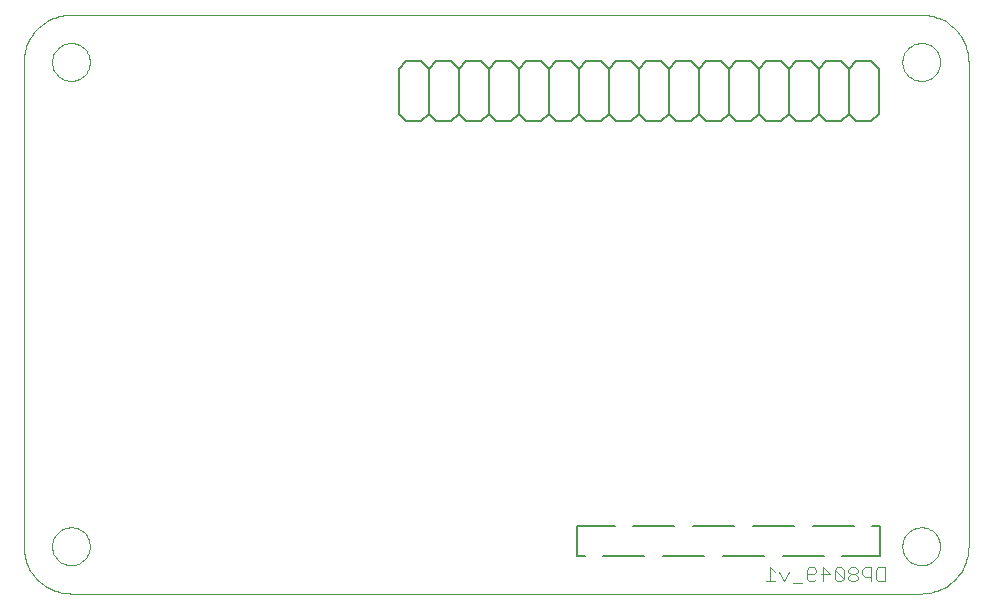
<source format=gbo>
G75*
G70*
%OFA0B0*%
%FSLAX24Y24*%
%IPPOS*%
%LPD*%
%AMOC8*
5,1,8,0,0,1.08239X$1,22.5*
%
%ADD10C,0.0070*%
%ADD11C,0.0060*%
%ADD12C,0.0040*%
%ADD13C,0.0000*%
D10*
X023879Y001758D02*
X024143Y001758D01*
X023879Y001758D02*
X023879Y002742D01*
X025143Y002742D01*
X025729Y002742D02*
X027107Y002742D01*
X027729Y002742D02*
X029107Y002742D01*
X029729Y002742D02*
X031107Y002742D01*
X031729Y002742D02*
X033107Y002742D01*
X033706Y002742D02*
X033957Y002742D01*
X033957Y001758D01*
X032706Y001758D01*
X032107Y001742D02*
X030729Y001742D01*
X030107Y001742D02*
X028729Y001742D01*
X028107Y001742D02*
X026729Y001742D01*
X026107Y001742D02*
X024729Y001742D01*
D11*
X024668Y016250D02*
X024168Y016250D01*
X023918Y016500D01*
X023668Y016250D01*
X023168Y016250D01*
X022918Y016500D01*
X022918Y018000D01*
X022668Y018250D01*
X022168Y018250D01*
X021918Y018000D01*
X021918Y016500D01*
X021668Y016250D01*
X021168Y016250D01*
X020918Y016500D01*
X020918Y018000D01*
X020668Y018250D01*
X020168Y018250D01*
X019918Y018000D01*
X019918Y016500D01*
X020168Y016250D01*
X020668Y016250D01*
X020918Y016500D01*
X021918Y016500D02*
X022168Y016250D01*
X022668Y016250D01*
X022918Y016500D01*
X023918Y016500D02*
X023918Y018000D01*
X023668Y018250D01*
X023168Y018250D01*
X022918Y018000D01*
X021918Y018000D02*
X021668Y018250D01*
X021168Y018250D01*
X020918Y018000D01*
X019918Y018000D02*
X019668Y018250D01*
X019168Y018250D01*
X018918Y018000D01*
X018668Y018250D01*
X018168Y018250D01*
X017918Y018000D01*
X017918Y016500D01*
X018168Y016250D01*
X018668Y016250D01*
X018918Y016500D01*
X018918Y018000D01*
X018918Y016500D02*
X019168Y016250D01*
X019668Y016250D01*
X019918Y016500D01*
X023918Y018000D02*
X024168Y018250D01*
X024668Y018250D01*
X024918Y018000D01*
X024918Y016500D01*
X024668Y016250D01*
X024918Y016500D02*
X025168Y016250D01*
X025668Y016250D01*
X025918Y016500D01*
X025918Y018000D01*
X025668Y018250D01*
X025168Y018250D01*
X024918Y018000D01*
X025918Y018000D02*
X026168Y018250D01*
X026668Y018250D01*
X026918Y018000D01*
X026918Y016500D01*
X027168Y016250D01*
X027668Y016250D01*
X027918Y016500D01*
X027918Y018000D01*
X027668Y018250D01*
X027168Y018250D01*
X026918Y018000D01*
X027918Y018000D02*
X028168Y018250D01*
X028668Y018250D01*
X028918Y018000D01*
X028918Y016500D01*
X028668Y016250D01*
X028168Y016250D01*
X027918Y016500D01*
X026918Y016500D02*
X026668Y016250D01*
X026168Y016250D01*
X025918Y016500D01*
X028918Y016500D02*
X029168Y016250D01*
X029668Y016250D01*
X029918Y016500D01*
X029918Y018000D01*
X029668Y018250D01*
X029168Y018250D01*
X028918Y018000D01*
X029918Y018000D02*
X030168Y018250D01*
X030668Y018250D01*
X030918Y018000D01*
X030918Y016500D01*
X030668Y016250D01*
X030168Y016250D01*
X029918Y016500D01*
X030918Y016500D02*
X031168Y016250D01*
X031668Y016250D01*
X031918Y016500D01*
X031918Y018000D01*
X031668Y018250D01*
X031168Y018250D01*
X030918Y018000D01*
X031918Y018000D02*
X032168Y018250D01*
X032668Y018250D01*
X032918Y018000D01*
X032918Y016500D01*
X032668Y016250D01*
X032168Y016250D01*
X031918Y016500D01*
X032918Y016500D02*
X033168Y016250D01*
X033668Y016250D01*
X033918Y016500D01*
X033918Y018000D01*
X033668Y018250D01*
X033168Y018250D01*
X032918Y018000D01*
D12*
X032987Y001374D02*
X032911Y001297D01*
X032911Y001221D01*
X032987Y001144D01*
X033141Y001144D01*
X033217Y001221D01*
X033217Y001297D01*
X033141Y001374D01*
X032987Y001374D01*
X032911Y001297D01*
X032911Y001221D01*
X032987Y001144D01*
X032911Y001067D01*
X032911Y000990D01*
X032987Y000914D01*
X033141Y000914D01*
X033217Y000990D01*
X033217Y001067D01*
X033141Y001144D01*
X032987Y001144D01*
X032911Y001067D01*
X032911Y000990D01*
X032987Y000914D01*
X033141Y000914D01*
X033217Y000990D01*
X033217Y001067D01*
X033141Y001144D01*
X033217Y001221D01*
X033217Y001297D01*
X033141Y001374D01*
X032987Y001374D01*
X032757Y001297D02*
X032680Y001374D01*
X032527Y001374D01*
X032450Y001297D01*
X032757Y000990D01*
X032680Y000914D01*
X032527Y000914D01*
X032450Y000990D01*
X032450Y001297D01*
X032757Y000990D01*
X032757Y001297D01*
X032680Y001374D01*
X032527Y001374D01*
X032450Y001297D01*
X032450Y000990D01*
X032527Y000914D01*
X032680Y000914D01*
X032757Y000990D01*
X032757Y001297D01*
X032297Y001144D02*
X031990Y001144D01*
X032297Y001144D01*
X032067Y001374D01*
X032067Y000914D01*
X032067Y001374D01*
X032297Y001144D01*
X031836Y001221D02*
X031760Y001144D01*
X031529Y001144D01*
X031760Y001144D01*
X031836Y001221D01*
X031836Y001297D01*
X031760Y001374D01*
X031606Y001374D01*
X031529Y001297D01*
X031529Y000990D01*
X031606Y000914D01*
X031760Y000914D01*
X031836Y000990D01*
X031760Y000914D01*
X031606Y000914D01*
X031529Y000990D01*
X031529Y001297D01*
X031606Y001374D01*
X031760Y001374D01*
X031836Y001297D01*
X031836Y001221D01*
X031376Y000837D02*
X031069Y000837D01*
X031376Y000837D01*
X030916Y001221D02*
X030762Y000914D01*
X030609Y001221D01*
X030762Y000914D01*
X030916Y001221D01*
X030455Y001221D02*
X030302Y001374D01*
X030302Y000914D01*
X030302Y001374D01*
X030455Y001221D01*
X030455Y000914D02*
X030148Y000914D01*
X030455Y000914D01*
X033371Y001144D02*
X033448Y001067D01*
X033678Y001067D01*
X033448Y001067D01*
X033371Y001144D01*
X033371Y001297D01*
X033448Y001374D01*
X033678Y001374D01*
X033678Y000914D01*
X033678Y001374D01*
X033448Y001374D01*
X033371Y001297D01*
X033371Y001144D01*
X033831Y001297D02*
X033831Y000990D01*
X033908Y000914D01*
X034138Y000914D01*
X034138Y001374D01*
X033908Y001374D01*
X033831Y001297D01*
X033908Y001374D01*
X034138Y001374D01*
X034138Y000914D01*
X033908Y000914D01*
X033831Y000990D01*
X033831Y001297D01*
D13*
X005418Y002075D02*
X005418Y018217D01*
X006363Y018217D02*
X006365Y018267D01*
X006371Y018317D01*
X006381Y018366D01*
X006395Y018414D01*
X006412Y018461D01*
X006433Y018506D01*
X006458Y018550D01*
X006486Y018591D01*
X006518Y018630D01*
X006552Y018667D01*
X006589Y018701D01*
X006629Y018731D01*
X006671Y018758D01*
X006715Y018782D01*
X006761Y018803D01*
X006808Y018819D01*
X006856Y018832D01*
X006906Y018841D01*
X006955Y018846D01*
X007006Y018847D01*
X007056Y018844D01*
X007105Y018837D01*
X007154Y018826D01*
X007202Y018811D01*
X007248Y018793D01*
X007293Y018771D01*
X007336Y018745D01*
X007377Y018716D01*
X007416Y018684D01*
X007452Y018649D01*
X007484Y018611D01*
X007514Y018571D01*
X007541Y018528D01*
X007564Y018484D01*
X007583Y018438D01*
X007599Y018390D01*
X007611Y018341D01*
X007619Y018292D01*
X007623Y018242D01*
X007623Y018192D01*
X007619Y018142D01*
X007611Y018093D01*
X007599Y018044D01*
X007583Y017996D01*
X007564Y017950D01*
X007541Y017906D01*
X007514Y017863D01*
X007484Y017823D01*
X007452Y017785D01*
X007416Y017750D01*
X007377Y017718D01*
X007336Y017689D01*
X007293Y017663D01*
X007248Y017641D01*
X007202Y017623D01*
X007154Y017608D01*
X007105Y017597D01*
X007056Y017590D01*
X007006Y017587D01*
X006955Y017588D01*
X006906Y017593D01*
X006856Y017602D01*
X006808Y017615D01*
X006761Y017631D01*
X006715Y017652D01*
X006671Y017676D01*
X006629Y017703D01*
X006589Y017733D01*
X006552Y017767D01*
X006518Y017804D01*
X006486Y017843D01*
X006458Y017884D01*
X006433Y017928D01*
X006412Y017973D01*
X006395Y018020D01*
X006381Y018068D01*
X006371Y018117D01*
X006365Y018167D01*
X006363Y018217D01*
X005418Y018217D02*
X005420Y018294D01*
X005426Y018371D01*
X005435Y018448D01*
X005448Y018524D01*
X005465Y018600D01*
X005486Y018674D01*
X005510Y018748D01*
X005538Y018820D01*
X005569Y018890D01*
X005604Y018959D01*
X005642Y019027D01*
X005683Y019092D01*
X005728Y019155D01*
X005776Y019216D01*
X005826Y019275D01*
X005879Y019331D01*
X005935Y019384D01*
X005994Y019434D01*
X006055Y019482D01*
X006118Y019527D01*
X006183Y019568D01*
X006251Y019606D01*
X006320Y019641D01*
X006390Y019672D01*
X006462Y019700D01*
X006536Y019724D01*
X006610Y019745D01*
X006686Y019762D01*
X006762Y019775D01*
X006839Y019784D01*
X006916Y019790D01*
X006993Y019792D01*
X006993Y019791D02*
X035339Y019791D01*
X034709Y018217D02*
X034711Y018267D01*
X034717Y018317D01*
X034727Y018366D01*
X034741Y018414D01*
X034758Y018461D01*
X034779Y018506D01*
X034804Y018550D01*
X034832Y018591D01*
X034864Y018630D01*
X034898Y018667D01*
X034935Y018701D01*
X034975Y018731D01*
X035017Y018758D01*
X035061Y018782D01*
X035107Y018803D01*
X035154Y018819D01*
X035202Y018832D01*
X035252Y018841D01*
X035301Y018846D01*
X035352Y018847D01*
X035402Y018844D01*
X035451Y018837D01*
X035500Y018826D01*
X035548Y018811D01*
X035594Y018793D01*
X035639Y018771D01*
X035682Y018745D01*
X035723Y018716D01*
X035762Y018684D01*
X035798Y018649D01*
X035830Y018611D01*
X035860Y018571D01*
X035887Y018528D01*
X035910Y018484D01*
X035929Y018438D01*
X035945Y018390D01*
X035957Y018341D01*
X035965Y018292D01*
X035969Y018242D01*
X035969Y018192D01*
X035965Y018142D01*
X035957Y018093D01*
X035945Y018044D01*
X035929Y017996D01*
X035910Y017950D01*
X035887Y017906D01*
X035860Y017863D01*
X035830Y017823D01*
X035798Y017785D01*
X035762Y017750D01*
X035723Y017718D01*
X035682Y017689D01*
X035639Y017663D01*
X035594Y017641D01*
X035548Y017623D01*
X035500Y017608D01*
X035451Y017597D01*
X035402Y017590D01*
X035352Y017587D01*
X035301Y017588D01*
X035252Y017593D01*
X035202Y017602D01*
X035154Y017615D01*
X035107Y017631D01*
X035061Y017652D01*
X035017Y017676D01*
X034975Y017703D01*
X034935Y017733D01*
X034898Y017767D01*
X034864Y017804D01*
X034832Y017843D01*
X034804Y017884D01*
X034779Y017928D01*
X034758Y017973D01*
X034741Y018020D01*
X034727Y018068D01*
X034717Y018117D01*
X034711Y018167D01*
X034709Y018217D01*
X035339Y019792D02*
X035416Y019790D01*
X035493Y019784D01*
X035570Y019775D01*
X035646Y019762D01*
X035722Y019745D01*
X035796Y019724D01*
X035870Y019700D01*
X035942Y019672D01*
X036012Y019641D01*
X036081Y019606D01*
X036149Y019568D01*
X036214Y019527D01*
X036277Y019482D01*
X036338Y019434D01*
X036397Y019384D01*
X036453Y019331D01*
X036506Y019275D01*
X036556Y019216D01*
X036604Y019155D01*
X036649Y019092D01*
X036690Y019027D01*
X036728Y018959D01*
X036763Y018890D01*
X036794Y018820D01*
X036822Y018748D01*
X036846Y018674D01*
X036867Y018600D01*
X036884Y018524D01*
X036897Y018448D01*
X036906Y018371D01*
X036912Y018294D01*
X036914Y018217D01*
X036914Y002075D01*
X034709Y002075D02*
X034711Y002125D01*
X034717Y002175D01*
X034727Y002224D01*
X034741Y002272D01*
X034758Y002319D01*
X034779Y002364D01*
X034804Y002408D01*
X034832Y002449D01*
X034864Y002488D01*
X034898Y002525D01*
X034935Y002559D01*
X034975Y002589D01*
X035017Y002616D01*
X035061Y002640D01*
X035107Y002661D01*
X035154Y002677D01*
X035202Y002690D01*
X035252Y002699D01*
X035301Y002704D01*
X035352Y002705D01*
X035402Y002702D01*
X035451Y002695D01*
X035500Y002684D01*
X035548Y002669D01*
X035594Y002651D01*
X035639Y002629D01*
X035682Y002603D01*
X035723Y002574D01*
X035762Y002542D01*
X035798Y002507D01*
X035830Y002469D01*
X035860Y002429D01*
X035887Y002386D01*
X035910Y002342D01*
X035929Y002296D01*
X035945Y002248D01*
X035957Y002199D01*
X035965Y002150D01*
X035969Y002100D01*
X035969Y002050D01*
X035965Y002000D01*
X035957Y001951D01*
X035945Y001902D01*
X035929Y001854D01*
X035910Y001808D01*
X035887Y001764D01*
X035860Y001721D01*
X035830Y001681D01*
X035798Y001643D01*
X035762Y001608D01*
X035723Y001576D01*
X035682Y001547D01*
X035639Y001521D01*
X035594Y001499D01*
X035548Y001481D01*
X035500Y001466D01*
X035451Y001455D01*
X035402Y001448D01*
X035352Y001445D01*
X035301Y001446D01*
X035252Y001451D01*
X035202Y001460D01*
X035154Y001473D01*
X035107Y001489D01*
X035061Y001510D01*
X035017Y001534D01*
X034975Y001561D01*
X034935Y001591D01*
X034898Y001625D01*
X034864Y001662D01*
X034832Y001701D01*
X034804Y001742D01*
X034779Y001786D01*
X034758Y001831D01*
X034741Y001878D01*
X034727Y001926D01*
X034717Y001975D01*
X034711Y002025D01*
X034709Y002075D01*
X035339Y000500D02*
X035416Y000502D01*
X035493Y000508D01*
X035570Y000517D01*
X035646Y000530D01*
X035722Y000547D01*
X035796Y000568D01*
X035870Y000592D01*
X035942Y000620D01*
X036012Y000651D01*
X036081Y000686D01*
X036149Y000724D01*
X036214Y000765D01*
X036277Y000810D01*
X036338Y000858D01*
X036397Y000908D01*
X036453Y000961D01*
X036506Y001017D01*
X036556Y001076D01*
X036604Y001137D01*
X036649Y001200D01*
X036690Y001265D01*
X036728Y001333D01*
X036763Y001402D01*
X036794Y001472D01*
X036822Y001544D01*
X036846Y001618D01*
X036867Y001692D01*
X036884Y001768D01*
X036897Y001844D01*
X036906Y001921D01*
X036912Y001998D01*
X036914Y002075D01*
X035339Y000500D02*
X006993Y000500D01*
X006363Y002075D02*
X006365Y002125D01*
X006371Y002175D01*
X006381Y002224D01*
X006395Y002272D01*
X006412Y002319D01*
X006433Y002364D01*
X006458Y002408D01*
X006486Y002449D01*
X006518Y002488D01*
X006552Y002525D01*
X006589Y002559D01*
X006629Y002589D01*
X006671Y002616D01*
X006715Y002640D01*
X006761Y002661D01*
X006808Y002677D01*
X006856Y002690D01*
X006906Y002699D01*
X006955Y002704D01*
X007006Y002705D01*
X007056Y002702D01*
X007105Y002695D01*
X007154Y002684D01*
X007202Y002669D01*
X007248Y002651D01*
X007293Y002629D01*
X007336Y002603D01*
X007377Y002574D01*
X007416Y002542D01*
X007452Y002507D01*
X007484Y002469D01*
X007514Y002429D01*
X007541Y002386D01*
X007564Y002342D01*
X007583Y002296D01*
X007599Y002248D01*
X007611Y002199D01*
X007619Y002150D01*
X007623Y002100D01*
X007623Y002050D01*
X007619Y002000D01*
X007611Y001951D01*
X007599Y001902D01*
X007583Y001854D01*
X007564Y001808D01*
X007541Y001764D01*
X007514Y001721D01*
X007484Y001681D01*
X007452Y001643D01*
X007416Y001608D01*
X007377Y001576D01*
X007336Y001547D01*
X007293Y001521D01*
X007248Y001499D01*
X007202Y001481D01*
X007154Y001466D01*
X007105Y001455D01*
X007056Y001448D01*
X007006Y001445D01*
X006955Y001446D01*
X006906Y001451D01*
X006856Y001460D01*
X006808Y001473D01*
X006761Y001489D01*
X006715Y001510D01*
X006671Y001534D01*
X006629Y001561D01*
X006589Y001591D01*
X006552Y001625D01*
X006518Y001662D01*
X006486Y001701D01*
X006458Y001742D01*
X006433Y001786D01*
X006412Y001831D01*
X006395Y001878D01*
X006381Y001926D01*
X006371Y001975D01*
X006365Y002025D01*
X006363Y002075D01*
X005418Y002075D02*
X005420Y001998D01*
X005426Y001921D01*
X005435Y001844D01*
X005448Y001768D01*
X005465Y001692D01*
X005486Y001618D01*
X005510Y001544D01*
X005538Y001472D01*
X005569Y001402D01*
X005604Y001333D01*
X005642Y001265D01*
X005683Y001200D01*
X005728Y001137D01*
X005776Y001076D01*
X005826Y001017D01*
X005879Y000961D01*
X005935Y000908D01*
X005994Y000858D01*
X006055Y000810D01*
X006118Y000765D01*
X006183Y000724D01*
X006251Y000686D01*
X006320Y000651D01*
X006390Y000620D01*
X006462Y000592D01*
X006536Y000568D01*
X006610Y000547D01*
X006686Y000530D01*
X006762Y000517D01*
X006839Y000508D01*
X006916Y000502D01*
X006993Y000500D01*
M02*

</source>
